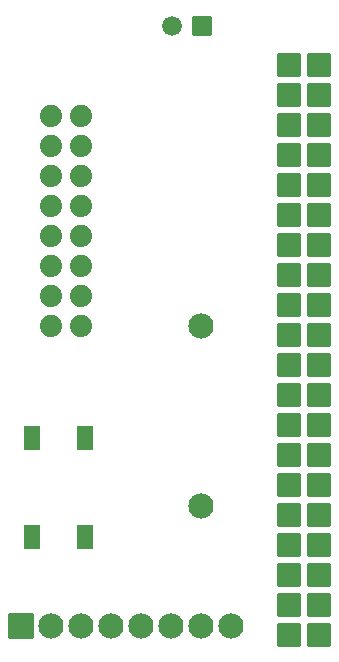
<source format=gts>
G04 Layer: TopSolderMaskLayer*
G04 EasyEDA v6.5.22, 2022-11-17 19:54:28*
G04 58078ef82a4c4da8a465e0a24104bfee,1ae14fa7f5aa486887b2aa5280da83c0,10*
G04 Gerber Generator version 0.2*
G04 Scale: 100 percent, Rotated: No, Reflected: No *
G04 Dimensions in millimeters *
G04 leading zeros omitted , absolute positions ,4 integer and 5 decimal *
%FSLAX45Y45*%
%MOMM*%

%AMMACRO1*1,1,$1,$2,$3*1,1,$1,$4,$5*1,1,$1,0-$2,0-$3*1,1,$1,0-$4,0-$5*20,1,$1,$2,$3,$4,$5,0*20,1,$1,$4,$5,0-$2,0-$3,0*20,1,$1,0-$2,0-$3,0-$4,0-$5,0*20,1,$1,0-$4,0-$5,$2,$3,0*4,1,4,$2,$3,$4,$5,0-$2,0-$3,0-$4,0-$5,$2,$3,0*%
%ADD10C,1.8796*%
%ADD11MACRO1,0.1016X0.9398X0.9398X0.9398X-0.9398*%
%ADD12MACRO1,0.1016X-0.65X-0.95X-0.65X0.95*%
%ADD13C,2.1336*%
%ADD14MACRO1,0.1016X-1.016X1.016X1.016X1.016*%
%ADD15MACRO1,0.1016X0.7874X0.7874X0.7874X-0.7874*%
%ADD16C,1.6764*%

%LPD*%
D10*
G01*
X762000Y-3048000D03*
G01*
X508000Y-3048000D03*
G01*
X762000Y-2794000D03*
G01*
X508000Y-2794000D03*
G01*
X762000Y-2540000D03*
G01*
X508000Y-2540000D03*
G01*
X762000Y-2286000D03*
G01*
X508000Y-2286000D03*
G01*
X762000Y-2032000D03*
G01*
X508000Y-2032000D03*
G01*
X762000Y-1778000D03*
G01*
X508000Y-1778000D03*
G01*
X762000Y-1524000D03*
G01*
X508000Y-1524000D03*
G01*
X762000Y-1270000D03*
G01*
X508000Y-1270000D03*
D11*
G01*
X2527300Y-838200D03*
G01*
X2781300Y-838200D03*
G01*
X2527300Y-1092200D03*
G01*
X2781300Y-1092200D03*
G01*
X2527300Y-1346200D03*
G01*
X2781300Y-1346200D03*
G01*
X2527300Y-1600200D03*
G01*
X2781300Y-1600200D03*
G01*
X2527300Y-1854200D03*
G01*
X2781300Y-1854200D03*
G01*
X2527300Y-2108200D03*
G01*
X2781300Y-2108200D03*
G01*
X2527300Y-2362200D03*
G01*
X2781300Y-2362200D03*
G01*
X2527300Y-2616200D03*
G01*
X2781300Y-2616200D03*
G01*
X2527300Y-2870200D03*
G01*
X2781300Y-2870200D03*
G01*
X2527300Y-3124200D03*
G01*
X2781300Y-3124200D03*
G01*
X2527300Y-3378200D03*
G01*
X2781300Y-3378200D03*
G01*
X2527300Y-3632200D03*
G01*
X2781300Y-3632200D03*
G01*
X2527300Y-3886200D03*
G01*
X2781300Y-3886200D03*
G01*
X2527300Y-4140200D03*
G01*
X2781300Y-4140200D03*
G01*
X2527300Y-4394200D03*
G01*
X2781300Y-4394200D03*
G01*
X2527300Y-4648200D03*
G01*
X2781300Y-4648200D03*
G01*
X2527300Y-4902200D03*
G01*
X2781300Y-4902200D03*
G01*
X2527300Y-5156200D03*
G01*
X2781300Y-5156200D03*
G01*
X2527300Y-5410200D03*
G01*
X2781300Y-5410200D03*
G01*
X2527300Y-5664200D03*
G01*
X2781300Y-5664200D03*
D12*
G01*
X346506Y-4839599D03*
G01*
X346506Y-3999600D03*
G01*
X796493Y-4839599D03*
G01*
X796493Y-3999600D03*
D13*
G01*
X1778000Y-3048000D03*
G01*
X1778000Y-4572000D03*
D14*
G01*
X254000Y-5588000D03*
D13*
G01*
X508000Y-5588000D03*
G01*
X762000Y-5588000D03*
G01*
X1016000Y-5588000D03*
G01*
X1270000Y-5588000D03*
G01*
X1524000Y-5588000D03*
G01*
X1778000Y-5588000D03*
G01*
X2032000Y-5588000D03*
D15*
G01*
X1790700Y-508000D03*
D16*
G01*
X1536700Y-508000D03*
M02*

</source>
